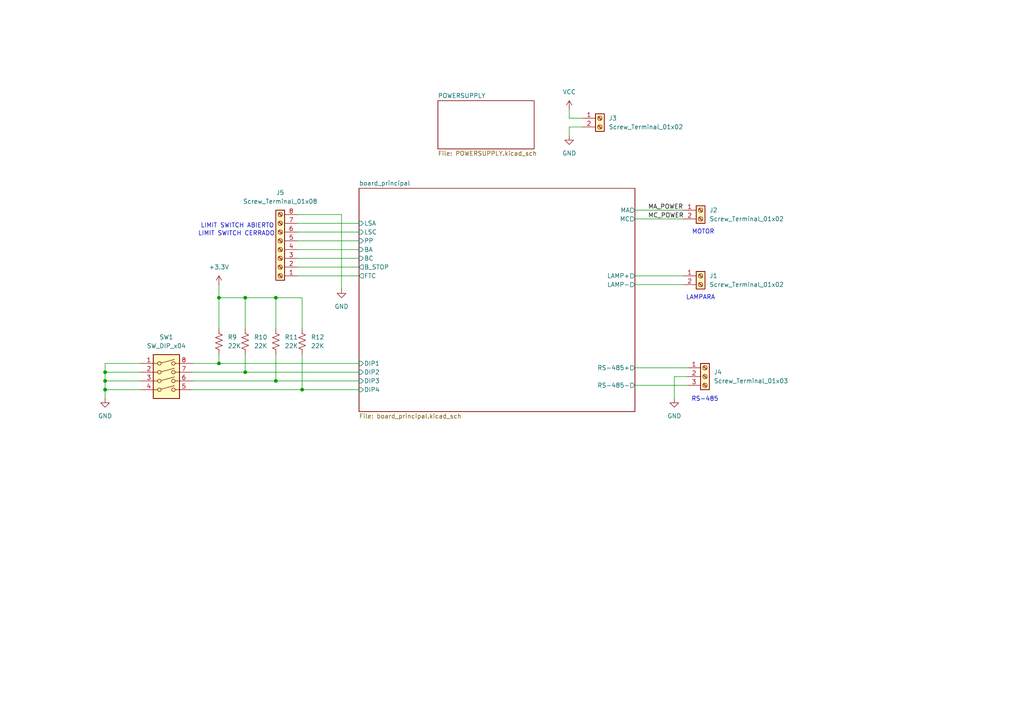
<source format=kicad_sch>
(kicad_sch
	(version 20250114)
	(generator "eeschema")
	(generator_version "9.0")
	(uuid "3dc9151e-2269-486b-a333-294da30e5c12")
	(paper "A4")
	(lib_symbols
		(symbol "Connector:Screw_Terminal_01x02"
			(pin_names
				(offset 1.016)
				(hide yes)
			)
			(exclude_from_sim no)
			(in_bom yes)
			(on_board yes)
			(property "Reference" "J"
				(at 0 2.54 0)
				(effects
					(font
						(size 1.27 1.27)
					)
				)
			)
			(property "Value" "Screw_Terminal_01x02"
				(at 0 -5.08 0)
				(effects
					(font
						(size 1.27 1.27)
					)
				)
			)
			(property "Footprint" ""
				(at 0 0 0)
				(effects
					(font
						(size 1.27 1.27)
					)
					(hide yes)
				)
			)
			(property "Datasheet" "~"
				(at 0 0 0)
				(effects
					(font
						(size 1.27 1.27)
					)
					(hide yes)
				)
			)
			(property "Description" "Generic screw terminal, single row, 01x02, script generated (kicad-library-utils/schlib/autogen/connector/)"
				(at 0 0 0)
				(effects
					(font
						(size 1.27 1.27)
					)
					(hide yes)
				)
			)
			(property "ki_keywords" "screw terminal"
				(at 0 0 0)
				(effects
					(font
						(size 1.27 1.27)
					)
					(hide yes)
				)
			)
			(property "ki_fp_filters" "TerminalBlock*:*"
				(at 0 0 0)
				(effects
					(font
						(size 1.27 1.27)
					)
					(hide yes)
				)
			)
			(symbol "Screw_Terminal_01x02_1_1"
				(rectangle
					(start -1.27 1.27)
					(end 1.27 -3.81)
					(stroke
						(width 0.254)
						(type default)
					)
					(fill
						(type background)
					)
				)
				(polyline
					(pts
						(xy -0.5334 0.3302) (xy 0.3302 -0.508)
					)
					(stroke
						(width 0.1524)
						(type default)
					)
					(fill
						(type none)
					)
				)
				(polyline
					(pts
						(xy -0.5334 -2.2098) (xy 0.3302 -3.048)
					)
					(stroke
						(width 0.1524)
						(type default)
					)
					(fill
						(type none)
					)
				)
				(polyline
					(pts
						(xy -0.3556 0.508) (xy 0.508 -0.3302)
					)
					(stroke
						(width 0.1524)
						(type default)
					)
					(fill
						(type none)
					)
				)
				(polyline
					(pts
						(xy -0.3556 -2.032) (xy 0.508 -2.8702)
					)
					(stroke
						(width 0.1524)
						(type default)
					)
					(fill
						(type none)
					)
				)
				(circle
					(center 0 0)
					(radius 0.635)
					(stroke
						(width 0.1524)
						(type default)
					)
					(fill
						(type none)
					)
				)
				(circle
					(center 0 -2.54)
					(radius 0.635)
					(stroke
						(width 0.1524)
						(type default)
					)
					(fill
						(type none)
					)
				)
				(pin passive line
					(at -5.08 0 0)
					(length 3.81)
					(name "Pin_1"
						(effects
							(font
								(size 1.27 1.27)
							)
						)
					)
					(number "1"
						(effects
							(font
								(size 1.27 1.27)
							)
						)
					)
				)
				(pin passive line
					(at -5.08 -2.54 0)
					(length 3.81)
					(name "Pin_2"
						(effects
							(font
								(size 1.27 1.27)
							)
						)
					)
					(number "2"
						(effects
							(font
								(size 1.27 1.27)
							)
						)
					)
				)
			)
			(embedded_fonts no)
		)
		(symbol "Connector:Screw_Terminal_01x03"
			(pin_names
				(offset 1.016)
				(hide yes)
			)
			(exclude_from_sim no)
			(in_bom yes)
			(on_board yes)
			(property "Reference" "J"
				(at 0 5.08 0)
				(effects
					(font
						(size 1.27 1.27)
					)
				)
			)
			(property "Value" "Screw_Terminal_01x03"
				(at 0 -5.08 0)
				(effects
					(font
						(size 1.27 1.27)
					)
				)
			)
			(property "Footprint" ""
				(at 0 0 0)
				(effects
					(font
						(size 1.27 1.27)
					)
					(hide yes)
				)
			)
			(property "Datasheet" "~"
				(at 0 0 0)
				(effects
					(font
						(size 1.27 1.27)
					)
					(hide yes)
				)
			)
			(property "Description" "Generic screw terminal, single row, 01x03, script generated (kicad-library-utils/schlib/autogen/connector/)"
				(at 0 0 0)
				(effects
					(font
						(size 1.27 1.27)
					)
					(hide yes)
				)
			)
			(property "ki_keywords" "screw terminal"
				(at 0 0 0)
				(effects
					(font
						(size 1.27 1.27)
					)
					(hide yes)
				)
			)
			(property "ki_fp_filters" "TerminalBlock*:*"
				(at 0 0 0)
				(effects
					(font
						(size 1.27 1.27)
					)
					(hide yes)
				)
			)
			(symbol "Screw_Terminal_01x03_1_1"
				(rectangle
					(start -1.27 3.81)
					(end 1.27 -3.81)
					(stroke
						(width 0.254)
						(type default)
					)
					(fill
						(type background)
					)
				)
				(polyline
					(pts
						(xy -0.5334 2.8702) (xy 0.3302 2.032)
					)
					(stroke
						(width 0.1524)
						(type default)
					)
					(fill
						(type none)
					)
				)
				(polyline
					(pts
						(xy -0.5334 0.3302) (xy 0.3302 -0.508)
					)
					(stroke
						(width 0.1524)
						(type default)
					)
					(fill
						(type none)
					)
				)
				(polyline
					(pts
						(xy -0.5334 -2.2098) (xy 0.3302 -3.048)
					)
					(stroke
						(width 0.1524)
						(type default)
					)
					(fill
						(type none)
					)
				)
				(polyline
					(pts
						(xy -0.3556 3.048) (xy 0.508 2.2098)
					)
					(stroke
						(width 0.1524)
						(type default)
					)
					(fill
						(type none)
					)
				)
				(polyline
					(pts
						(xy -0.3556 0.508) (xy 0.508 -0.3302)
					)
					(stroke
						(width 0.1524)
						(type default)
					)
					(fill
						(type none)
					)
				)
				(polyline
					(pts
						(xy -0.3556 -2.032) (xy 0.508 -2.8702)
					)
					(stroke
						(width 0.1524)
						(type default)
					)
					(fill
						(type none)
					)
				)
				(circle
					(center 0 2.54)
					(radius 0.635)
					(stroke
						(width 0.1524)
						(type default)
					)
					(fill
						(type none)
					)
				)
				(circle
					(center 0 0)
					(radius 0.635)
					(stroke
						(width 0.1524)
						(type default)
					)
					(fill
						(type none)
					)
				)
				(circle
					(center 0 -2.54)
					(radius 0.635)
					(stroke
						(width 0.1524)
						(type default)
					)
					(fill
						(type none)
					)
				)
				(pin passive line
					(at -5.08 2.54 0)
					(length 3.81)
					(name "Pin_1"
						(effects
							(font
								(size 1.27 1.27)
							)
						)
					)
					(number "1"
						(effects
							(font
								(size 1.27 1.27)
							)
						)
					)
				)
				(pin passive line
					(at -5.08 0 0)
					(length 3.81)
					(name "Pin_2"
						(effects
							(font
								(size 1.27 1.27)
							)
						)
					)
					(number "2"
						(effects
							(font
								(size 1.27 1.27)
							)
						)
					)
				)
				(pin passive line
					(at -5.08 -2.54 0)
					(length 3.81)
					(name "Pin_3"
						(effects
							(font
								(size 1.27 1.27)
							)
						)
					)
					(number "3"
						(effects
							(font
								(size 1.27 1.27)
							)
						)
					)
				)
			)
			(embedded_fonts no)
		)
		(symbol "Connector:Screw_Terminal_01x08"
			(pin_names
				(offset 1.016)
				(hide yes)
			)
			(exclude_from_sim no)
			(in_bom yes)
			(on_board yes)
			(property "Reference" "J"
				(at 0 10.16 0)
				(effects
					(font
						(size 1.27 1.27)
					)
				)
			)
			(property "Value" "Screw_Terminal_01x08"
				(at 0 -12.7 0)
				(effects
					(font
						(size 1.27 1.27)
					)
				)
			)
			(property "Footprint" ""
				(at 0 0 0)
				(effects
					(font
						(size 1.27 1.27)
					)
					(hide yes)
				)
			)
			(property "Datasheet" "~"
				(at 0 0 0)
				(effects
					(font
						(size 1.27 1.27)
					)
					(hide yes)
				)
			)
			(property "Description" "Generic screw terminal, single row, 01x08, script generated (kicad-library-utils/schlib/autogen/connector/)"
				(at 0 0 0)
				(effects
					(font
						(size 1.27 1.27)
					)
					(hide yes)
				)
			)
			(property "ki_keywords" "screw terminal"
				(at 0 0 0)
				(effects
					(font
						(size 1.27 1.27)
					)
					(hide yes)
				)
			)
			(property "ki_fp_filters" "TerminalBlock*:*"
				(at 0 0 0)
				(effects
					(font
						(size 1.27 1.27)
					)
					(hide yes)
				)
			)
			(symbol "Screw_Terminal_01x08_1_1"
				(rectangle
					(start -1.27 8.89)
					(end 1.27 -11.43)
					(stroke
						(width 0.254)
						(type default)
					)
					(fill
						(type background)
					)
				)
				(polyline
					(pts
						(xy -0.5334 7.9502) (xy 0.3302 7.112)
					)
					(stroke
						(width 0.1524)
						(type default)
					)
					(fill
						(type none)
					)
				)
				(polyline
					(pts
						(xy -0.5334 5.4102) (xy 0.3302 4.572)
					)
					(stroke
						(width 0.1524)
						(type default)
					)
					(fill
						(type none)
					)
				)
				(polyline
					(pts
						(xy -0.5334 2.8702) (xy 0.3302 2.032)
					)
					(stroke
						(width 0.1524)
						(type default)
					)
					(fill
						(type none)
					)
				)
				(polyline
					(pts
						(xy -0.5334 0.3302) (xy 0.3302 -0.508)
					)
					(stroke
						(width 0.1524)
						(type default)
					)
					(fill
						(type none)
					)
				)
				(polyline
					(pts
						(xy -0.5334 -2.2098) (xy 0.3302 -3.048)
					)
					(stroke
						(width 0.1524)
						(type default)
					)
					(fill
						(type none)
					)
				)
				(polyline
					(pts
						(xy -0.5334 -4.7498) (xy 0.3302 -5.588)
					)
					(stroke
						(width 0.1524)
						(type default)
					)
					(fill
						(type none)
					)
				)
				(polyline
					(pts
						(xy -0.5334 -7.2898) (xy 0.3302 -8.128)
					)
					(stroke
						(width 0.1524)
						(type default)
					)
					(fill
						(type none)
					)
				)
				(polyline
					(pts
						(xy -0.5334 -9.8298) (xy 0.3302 -10.668)
					)
					(stroke
						(width 0.1524)
						(type default)
					)
					(fill
						(type none)
					)
				)
				(polyline
					(pts
						(xy -0.3556 8.128) (xy 0.508 7.2898)
					)
					(stroke
						(width 0.1524)
						(type default)
					)
					(fill
						(type none)
					)
				)
				(polyline
					(pts
						(xy -0.3556 5.588) (xy 0.508 4.7498)
					)
					(stroke
						(width 0.1524)
						(type default)
					)
					(fill
						(type none)
					)
				)
				(polyline
					(pts
						(xy -0.3556 3.048) (xy 0.508 2.2098)
					)
					(stroke
						(width 0.1524)
						(type default)
					)
					(fill
						(type none)
					)
				)
				(polyline
					(pts
						(xy -0.3556 0.508) (xy 0.508 -0.3302)
					)
					(stroke
						(width 0.1524)
						(type default)
					)
					(fill
						(type none)
					)
				)
				(polyline
					(pts
						(xy -0.3556 -2.032) (xy 0.508 -2.8702)
					)
					(stroke
						(width 0.1524)
						(type default)
					)
					(fill
						(type none)
					)
				)
				(polyline
					(pts
						(xy -0.3556 -4.572) (xy 0.508 -5.4102)
					)
					(stroke
						(width 0.1524)
						(type default)
					)
					(fill
						(type none)
					)
				)
				(polyline
					(pts
						(xy -0.3556 -7.112) (xy 0.508 -7.9502)
					)
					(stroke
						(width 0.1524)
						(type default)
					)
					(fill
						(type none)
					)
				)
				(polyline
					(pts
						(xy -0.3556 -9.652) (xy 0.508 -10.4902)
					)
					(stroke
						(width 0.1524)
						(type default)
					)
					(fill
						(type none)
					)
				)
				(circle
					(center 0 7.62)
					(radius 0.635)
					(stroke
						(width 0.1524)
						(type default)
					)
					(fill
						(type none)
					)
				)
				(circle
					(center 0 5.08)
					(radius 0.635)
					(stroke
						(width 0.1524)
						(type default)
					)
					(fill
						(type none)
					)
				)
				(circle
					(center 0 2.54)
					(radius 0.635)
					(stroke
						(width 0.1524)
						(type default)
					)
					(fill
						(type none)
					)
				)
				(circle
					(center 0 0)
					(radius 0.635)
					(stroke
						(width 0.1524)
						(type default)
					)
					(fill
						(type none)
					)
				)
				(circle
					(center 0 -2.54)
					(radius 0.635)
					(stroke
						(width 0.1524)
						(type default)
					)
					(fill
						(type none)
					)
				)
				(circle
					(center 0 -5.08)
					(radius 0.635)
					(stroke
						(width 0.1524)
						(type default)
					)
					(fill
						(type none)
					)
				)
				(circle
					(center 0 -7.62)
					(radius 0.635)
					(stroke
						(width 0.1524)
						(type default)
					)
					(fill
						(type none)
					)
				)
				(circle
					(center 0 -10.16)
					(radius 0.635)
					(stroke
						(width 0.1524)
						(type default)
					)
					(fill
						(type none)
					)
				)
				(pin passive line
					(at -5.08 7.62 0)
					(length 3.81)
					(name "Pin_1"
						(effects
							(font
								(size 1.27 1.27)
							)
						)
					)
					(number "1"
						(effects
							(font
								(size 1.27 1.27)
							)
						)
					)
				)
				(pin passive line
					(at -5.08 5.08 0)
					(length 3.81)
					(name "Pin_2"
						(effects
							(font
								(size 1.27 1.27)
							)
						)
					)
					(number "2"
						(effects
							(font
								(size 1.27 1.27)
							)
						)
					)
				)
				(pin passive line
					(at -5.08 2.54 0)
					(length 3.81)
					(name "Pin_3"
						(effects
							(font
								(size 1.27 1.27)
							)
						)
					)
					(number "3"
						(effects
							(font
								(size 1.27 1.27)
							)
						)
					)
				)
				(pin passive line
					(at -5.08 0 0)
					(length 3.81)
					(name "Pin_4"
						(effects
							(font
								(size 1.27 1.27)
							)
						)
					)
					(number "4"
						(effects
							(font
								(size 1.27 1.27)
							)
						)
					)
				)
				(pin passive line
					(at -5.08 -2.54 0)
					(length 3.81)
					(name "Pin_5"
						(effects
							(font
								(size 1.27 1.27)
							)
						)
					)
					(number "5"
						(effects
							(font
								(size 1.27 1.27)
							)
						)
					)
				)
				(pin passive line
					(at -5.08 -5.08 0)
					(length 3.81)
					(name "Pin_6"
						(effects
							(font
								(size 1.27 1.27)
							)
						)
					)
					(number "6"
						(effects
							(font
								(size 1.27 1.27)
							)
						)
					)
				)
				(pin passive line
					(at -5.08 -7.62 0)
					(length 3.81)
					(name "Pin_7"
						(effects
							(font
								(size 1.27 1.27)
							)
						)
					)
					(number "7"
						(effects
							(font
								(size 1.27 1.27)
							)
						)
					)
				)
				(pin passive line
					(at -5.08 -10.16 0)
					(length 3.81)
					(name "Pin_8"
						(effects
							(font
								(size 1.27 1.27)
							)
						)
					)
					(number "8"
						(effects
							(font
								(size 1.27 1.27)
							)
						)
					)
				)
			)
			(embedded_fonts no)
		)
		(symbol "Device:R_US"
			(pin_numbers
				(hide yes)
			)
			(pin_names
				(offset 0)
			)
			(exclude_from_sim no)
			(in_bom yes)
			(on_board yes)
			(property "Reference" "R"
				(at 2.54 0 90)
				(effects
					(font
						(size 1.27 1.27)
					)
				)
			)
			(property "Value" "R_US"
				(at -2.54 0 90)
				(effects
					(font
						(size 1.27 1.27)
					)
				)
			)
			(property "Footprint" ""
				(at 1.016 -0.254 90)
				(effects
					(font
						(size 1.27 1.27)
					)
					(hide yes)
				)
			)
			(property "Datasheet" "~"
				(at 0 0 0)
				(effects
					(font
						(size 1.27 1.27)
					)
					(hide yes)
				)
			)
			(property "Description" "Resistor, US symbol"
				(at 0 0 0)
				(effects
					(font
						(size 1.27 1.27)
					)
					(hide yes)
				)
			)
			(property "ki_keywords" "R res resistor"
				(at 0 0 0)
				(effects
					(font
						(size 1.27 1.27)
					)
					(hide yes)
				)
			)
			(property "ki_fp_filters" "R_*"
				(at 0 0 0)
				(effects
					(font
						(size 1.27 1.27)
					)
					(hide yes)
				)
			)
			(symbol "R_US_0_1"
				(polyline
					(pts
						(xy 0 2.286) (xy 0 2.54)
					)
					(stroke
						(width 0)
						(type default)
					)
					(fill
						(type none)
					)
				)
				(polyline
					(pts
						(xy 0 2.286) (xy 1.016 1.905) (xy 0 1.524) (xy -1.016 1.143) (xy 0 0.762)
					)
					(stroke
						(width 0)
						(type default)
					)
					(fill
						(type none)
					)
				)
				(polyline
					(pts
						(xy 0 0.762) (xy 1.016 0.381) (xy 0 0) (xy -1.016 -0.381) (xy 0 -0.762)
					)
					(stroke
						(width 0)
						(type default)
					)
					(fill
						(type none)
					)
				)
				(polyline
					(pts
						(xy 0 -0.762) (xy 1.016 -1.143) (xy 0 -1.524) (xy -1.016 -1.905) (xy 0 -2.286)
					)
					(stroke
						(width 0)
						(type default)
					)
					(fill
						(type none)
					)
				)
				(polyline
					(pts
						(xy 0 -2.286) (xy 0 -2.54)
					)
					(stroke
						(width 0)
						(type default)
					)
					(fill
						(type none)
					)
				)
			)
			(symbol "R_US_1_1"
				(pin passive line
					(at 0 3.81 270)
					(length 1.27)
					(name "~"
						(effects
							(font
								(size 1.27 1.27)
							)
						)
					)
					(number "1"
						(effects
							(font
								(size 1.27 1.27)
							)
						)
					)
				)
				(pin passive line
					(at 0 -3.81 90)
					(length 1.27)
					(name "~"
						(effects
							(font
								(size 1.27 1.27)
							)
						)
					)
					(number "2"
						(effects
							(font
								(size 1.27 1.27)
							)
						)
					)
				)
			)
			(embedded_fonts no)
		)
		(symbol "Switch:SW_DIP_x04"
			(pin_names
				(offset 0)
				(hide yes)
			)
			(exclude_from_sim no)
			(in_bom yes)
			(on_board yes)
			(property "Reference" "SW"
				(at 0 8.89 0)
				(effects
					(font
						(size 1.27 1.27)
					)
				)
			)
			(property "Value" "SW_DIP_x04"
				(at 0 -6.35 0)
				(effects
					(font
						(size 1.27 1.27)
					)
				)
			)
			(property "Footprint" ""
				(at 0 0 0)
				(effects
					(font
						(size 1.27 1.27)
					)
					(hide yes)
				)
			)
			(property "Datasheet" "~"
				(at 0 0 0)
				(effects
					(font
						(size 1.27 1.27)
					)
					(hide yes)
				)
			)
			(property "Description" "4x DIP Switch, Single Pole Single Throw (SPST) switch, small symbol"
				(at 0 0 0)
				(effects
					(font
						(size 1.27 1.27)
					)
					(hide yes)
				)
			)
			(property "ki_keywords" "dip switch"
				(at 0 0 0)
				(effects
					(font
						(size 1.27 1.27)
					)
					(hide yes)
				)
			)
			(property "ki_fp_filters" "SW?DIP?x4*"
				(at 0 0 0)
				(effects
					(font
						(size 1.27 1.27)
					)
					(hide yes)
				)
			)
			(symbol "SW_DIP_x04_0_0"
				(circle
					(center -2.032 5.08)
					(radius 0.508)
					(stroke
						(width 0)
						(type default)
					)
					(fill
						(type none)
					)
				)
				(circle
					(center -2.032 2.54)
					(radius 0.508)
					(stroke
						(width 0)
						(type default)
					)
					(fill
						(type none)
					)
				)
				(circle
					(center -2.032 0)
					(radius 0.508)
					(stroke
						(width 0)
						(type default)
					)
					(fill
						(type none)
					)
				)
				(circle
					(center -2.032 -2.54)
					(radius 0.508)
					(stroke
						(width 0)
						(type default)
					)
					(fill
						(type none)
					)
				)
				(polyline
					(pts
						(xy -1.524 5.207) (xy 2.3622 6.2484)
					)
					(stroke
						(width 0)
						(type default)
					)
					(fill
						(type none)
					)
				)
				(polyline
					(pts
						(xy -1.524 2.667) (xy 2.3622 3.7084)
					)
					(stroke
						(width 0)
						(type default)
					)
					(fill
						(type none)
					)
				)
				(polyline
					(pts
						(xy -1.524 0.127) (xy 2.3622 1.1684)
					)
					(stroke
						(width 0)
						(type default)
					)
					(fill
						(type none)
					)
				)
				(polyline
					(pts
						(xy -1.524 -2.3876) (xy 2.3622 -1.3462)
					)
					(stroke
						(width 0)
						(type default)
					)
					(fill
						(type none)
					)
				)
				(circle
					(center 2.032 5.08)
					(radius 0.508)
					(stroke
						(width 0)
						(type default)
					)
					(fill
						(type none)
					)
				)
				(circle
					(center 2.032 2.54)
					(radius 0.508)
					(stroke
						(width 0)
						(type default)
					)
					(fill
						(type none)
					)
				)
				(circle
					(center 2.032 0)
					(radius 0.508)
					(stroke
						(width 0)
						(type default)
					)
					(fill
						(type none)
					)
				)
				(circle
					(center 2.032 -2.54)
					(radius 0.508)
					(stroke
						(width 0)
						(type default)
					)
					(fill
						(type none)
					)
				)
			)
			(symbol "SW_DIP_x04_0_1"
				(rectangle
					(start -3.81 7.62)
					(end 3.81 -5.08)
					(stroke
						(width 0.254)
						(type default)
					)
					(fill
						(type background)
					)
				)
			)
			(symbol "SW_DIP_x04_1_1"
				(pin passive line
					(at -7.62 5.08 0)
					(length 5.08)
					(name "~"
						(effects
							(font
								(size 1.27 1.27)
							)
						)
					)
					(number "1"
						(effects
							(font
								(size 1.27 1.27)
							)
						)
					)
				)
				(pin passive line
					(at -7.62 2.54 0)
					(length 5.08)
					(name "~"
						(effects
							(font
								(size 1.27 1.27)
							)
						)
					)
					(number "2"
						(effects
							(font
								(size 1.27 1.27)
							)
						)
					)
				)
				(pin passive line
					(at -7.62 0 0)
					(length 5.08)
					(name "~"
						(effects
							(font
								(size 1.27 1.27)
							)
						)
					)
					(number "3"
						(effects
							(font
								(size 1.27 1.27)
							)
						)
					)
				)
				(pin passive line
					(at -7.62 -2.54 0)
					(length 5.08)
					(name "~"
						(effects
							(font
								(size 1.27 1.27)
							)
						)
					)
					(number "4"
						(effects
							(font
								(size 1.27 1.27)
							)
						)
					)
				)
				(pin passive line
					(at 7.62 5.08 180)
					(length 5.08)
					(name "~"
						(effects
							(font
								(size 1.27 1.27)
							)
						)
					)
					(number "8"
						(effects
							(font
								(size 1.27 1.27)
							)
						)
					)
				)
				(pin passive line
					(at 7.62 2.54 180)
					(length 5.08)
					(name "~"
						(effects
							(font
								(size 1.27 1.27)
							)
						)
					)
					(number "7"
						(effects
							(font
								(size 1.27 1.27)
							)
						)
					)
				)
				(pin passive line
					(at 7.62 0 180)
					(length 5.08)
					(name "~"
						(effects
							(font
								(size 1.27 1.27)
							)
						)
					)
					(number "6"
						(effects
							(font
								(size 1.27 1.27)
							)
						)
					)
				)
				(pin passive line
					(at 7.62 -2.54 180)
					(length 5.08)
					(name "~"
						(effects
							(font
								(size 1.27 1.27)
							)
						)
					)
					(number "5"
						(effects
							(font
								(size 1.27 1.27)
							)
						)
					)
				)
			)
			(embedded_fonts no)
		)
		(symbol "power:+3.3V"
			(power)
			(pin_numbers
				(hide yes)
			)
			(pin_names
				(offset 0)
				(hide yes)
			)
			(exclude_from_sim no)
			(in_bom yes)
			(on_board yes)
			(property "Reference" "#PWR"
				(at 0 -3.81 0)
				(effects
					(font
						(size 1.27 1.27)
					)
					(hide yes)
				)
			)
			(property "Value" "+3.3V"
				(at 0 3.556 0)
				(effects
					(font
						(size 1.27 1.27)
					)
				)
			)
			(property "Footprint" ""
				(at 0 0 0)
				(effects
					(font
						(size 1.27 1.27)
					)
					(hide yes)
				)
			)
			(property "Datasheet" ""
				(at 0 0 0)
				(effects
					(font
						(size 1.27 1.27)
					)
					(hide yes)
				)
			)
			(property "Description" "Power symbol creates a global label with name \"+3.3V\""
				(at 0 0 0)
				(effects
					(font
						(size 1.27 1.27)
					)
					(hide yes)
				)
			)
			(property "ki_keywords" "global power"
				(at 0 0 0)
				(effects
					(font
						(size 1.27 1.27)
					)
					(hide yes)
				)
			)
			(symbol "+3.3V_0_1"
				(polyline
					(pts
						(xy -0.762 1.27) (xy 0 2.54)
					)
					(stroke
						(width 0)
						(type default)
					)
					(fill
						(type none)
					)
				)
				(polyline
					(pts
						(xy 0 2.54) (xy 0.762 1.27)
					)
					(stroke
						(width 0)
						(type default)
					)
					(fill
						(type none)
					)
				)
				(polyline
					(pts
						(xy 0 0) (xy 0 2.54)
					)
					(stroke
						(width 0)
						(type default)
					)
					(fill
						(type none)
					)
				)
			)
			(symbol "+3.3V_1_1"
				(pin power_in line
					(at 0 0 90)
					(length 0)
					(name "~"
						(effects
							(font
								(size 1.27 1.27)
							)
						)
					)
					(number "1"
						(effects
							(font
								(size 1.27 1.27)
							)
						)
					)
				)
			)
			(embedded_fonts no)
		)
		(symbol "power:GND"
			(power)
			(pin_numbers
				(hide yes)
			)
			(pin_names
				(offset 0)
				(hide yes)
			)
			(exclude_from_sim no)
			(in_bom yes)
			(on_board yes)
			(property "Reference" "#PWR"
				(at 0 -6.35 0)
				(effects
					(font
						(size 1.27 1.27)
					)
					(hide yes)
				)
			)
			(property "Value" "GND"
				(at 0 -3.81 0)
				(effects
					(font
						(size 1.27 1.27)
					)
				)
			)
			(property "Footprint" ""
				(at 0 0 0)
				(effects
					(font
						(size 1.27 1.27)
					)
					(hide yes)
				)
			)
			(property "Datasheet" ""
				(at 0 0 0)
				(effects
					(font
						(size 1.27 1.27)
					)
					(hide yes)
				)
			)
			(property "Description" "Power symbol creates a global label with name \"GND\" , ground"
				(at 0 0 0)
				(effects
					(font
						(size 1.27 1.27)
					)
					(hide yes)
				)
			)
			(property "ki_keywords" "global power"
				(at 0 0 0)
				(effects
					(font
						(size 1.27 1.27)
					)
					(hide yes)
				)
			)
			(symbol "GND_0_1"
				(polyline
					(pts
						(xy 0 0) (xy 0 -1.27) (xy 1.27 -1.27) (xy 0 -2.54) (xy -1.27 -1.27) (xy 0 -1.27)
					)
					(stroke
						(width 0)
						(type default)
					)
					(fill
						(type none)
					)
				)
			)
			(symbol "GND_1_1"
				(pin power_in line
					(at 0 0 270)
					(length 0)
					(name "~"
						(effects
							(font
								(size 1.27 1.27)
							)
						)
					)
					(number "1"
						(effects
							(font
								(size 1.27 1.27)
							)
						)
					)
				)
			)
			(embedded_fonts no)
		)
		(symbol "power:VCC"
			(power)
			(pin_numbers
				(hide yes)
			)
			(pin_names
				(offset 0)
				(hide yes)
			)
			(exclude_from_sim no)
			(in_bom yes)
			(on_board yes)
			(property "Reference" "#PWR"
				(at 0 -3.81 0)
				(effects
					(font
						(size 1.27 1.27)
					)
					(hide yes)
				)
			)
			(property "Value" "VCC"
				(at 0 3.556 0)
				(effects
					(font
						(size 1.27 1.27)
					)
				)
			)
			(property "Footprint" ""
				(at 0 0 0)
				(effects
					(font
						(size 1.27 1.27)
					)
					(hide yes)
				)
			)
			(property "Datasheet" ""
				(at 0 0 0)
				(effects
					(font
						(size 1.27 1.27)
					)
					(hide yes)
				)
			)
			(property "Description" "Power symbol creates a global label with name \"VCC\""
				(at 0 0 0)
				(effects
					(font
						(size 1.27 1.27)
					)
					(hide yes)
				)
			)
			(property "ki_keywords" "global power"
				(at 0 0 0)
				(effects
					(font
						(size 1.27 1.27)
					)
					(hide yes)
				)
			)
			(symbol "VCC_0_1"
				(polyline
					(pts
						(xy -0.762 1.27) (xy 0 2.54)
					)
					(stroke
						(width 0)
						(type default)
					)
					(fill
						(type none)
					)
				)
				(polyline
					(pts
						(xy 0 2.54) (xy 0.762 1.27)
					)
					(stroke
						(width 0)
						(type default)
					)
					(fill
						(type none)
					)
				)
				(polyline
					(pts
						(xy 0 0) (xy 0 2.54)
					)
					(stroke
						(width 0)
						(type default)
					)
					(fill
						(type none)
					)
				)
			)
			(symbol "VCC_1_1"
				(pin power_in line
					(at 0 0 90)
					(length 0)
					(name "~"
						(effects
							(font
								(size 1.27 1.27)
							)
						)
					)
					(number "1"
						(effects
							(font
								(size 1.27 1.27)
							)
						)
					)
				)
			)
			(embedded_fonts no)
		)
	)
	(text "LIMIT SWITCH ABIERTO\n"
		(exclude_from_sim no)
		(at 68.834 65.532 0)
		(effects
			(font
				(size 1.27 1.27)
			)
		)
		(uuid "0ba4d238-1a61-4b2f-8efe-44f323222cdc")
	)
	(text "LAMPARA\n"
		(exclude_from_sim no)
		(at 203.2 86.36 0)
		(effects
			(font
				(size 1.27 1.27)
			)
		)
		(uuid "7527526b-5933-4505-ba9c-f2ed51149138")
	)
	(text "RS-485\n"
		(exclude_from_sim no)
		(at 204.47 115.824 0)
		(effects
			(font
				(size 1.27 1.27)
			)
		)
		(uuid "b171a821-ddc0-4bb7-b1ef-5ceb80a1e802")
	)
	(text "LIMIT SWITCH CERRADO\n"
		(exclude_from_sim no)
		(at 68.58 67.818 0)
		(effects
			(font
				(size 1.27 1.27)
			)
		)
		(uuid "b28d226c-2c62-4aa2-bd61-6e6cf7c51cdc")
	)
	(text "MOTOR\n"
		(exclude_from_sim no)
		(at 203.962 67.31 0)
		(effects
			(font
				(size 1.27 1.27)
			)
		)
		(uuid "f52ea36f-03b1-43ef-8e9f-1cdac815f7c5")
	)
	(junction
		(at 71.12 107.95)
		(diameter 0)
		(color 0 0 0 0)
		(uuid "37f88162-094f-448f-b7ca-73ebd61e3996")
	)
	(junction
		(at 80.01 110.49)
		(diameter 0)
		(color 0 0 0 0)
		(uuid "504f079e-8e21-41f0-9ab5-5ca604ba0960")
	)
	(junction
		(at 71.12 86.36)
		(diameter 0)
		(color 0 0 0 0)
		(uuid "805f651c-4d0d-425c-ad1c-d63c36445108")
	)
	(junction
		(at 63.5 105.41)
		(diameter 0)
		(color 0 0 0 0)
		(uuid "8f78242d-6231-4bde-ac4c-770e07c363b9")
	)
	(junction
		(at 87.63 113.03)
		(diameter 0)
		(color 0 0 0 0)
		(uuid "c0c390d5-f192-4992-8467-a5c431ba3813")
	)
	(junction
		(at 30.48 107.95)
		(diameter 0)
		(color 0 0 0 0)
		(uuid "dbfc2d9d-a680-40b6-bcfd-1806888206b6")
	)
	(junction
		(at 30.48 110.49)
		(diameter 0)
		(color 0 0 0 0)
		(uuid "df37c986-6ca0-40dc-a20e-7229edfa68bf")
	)
	(junction
		(at 30.48 113.03)
		(diameter 0)
		(color 0 0 0 0)
		(uuid "e1353061-710e-4653-9873-80075536bf9e")
	)
	(junction
		(at 80.01 86.36)
		(diameter 0)
		(color 0 0 0 0)
		(uuid "e8d6e3e0-d5fa-4f27-b51d-5a06115111d7")
	)
	(junction
		(at 63.5 86.36)
		(diameter 0)
		(color 0 0 0 0)
		(uuid "fd99ad99-3443-42ba-a648-08aa02784702")
	)
	(wire
		(pts
			(xy 184.15 82.55) (xy 198.12 82.55)
		)
		(stroke
			(width 0)
			(type default)
		)
		(uuid "02e137f4-a8a4-4485-8433-e2eb76f09840")
	)
	(wire
		(pts
			(xy 168.91 34.29) (xy 165.1 34.29)
		)
		(stroke
			(width 0)
			(type default)
		)
		(uuid "0856a3f9-d0d0-4538-a534-107f3b1dbb8f")
	)
	(wire
		(pts
			(xy 86.36 67.31) (xy 104.14 67.31)
		)
		(stroke
			(width 0)
			(type default)
		)
		(uuid "1113c897-2967-4f59-bdd9-565148b694c0")
	)
	(wire
		(pts
			(xy 30.48 110.49) (xy 40.64 110.49)
		)
		(stroke
			(width 0)
			(type default)
		)
		(uuid "12bfe2a8-3930-47b0-8f17-7c910e077252")
	)
	(wire
		(pts
			(xy 71.12 86.36) (xy 80.01 86.36)
		)
		(stroke
			(width 0)
			(type default)
		)
		(uuid "14182bc1-f4c7-4ab8-b2a9-a528cd68066b")
	)
	(wire
		(pts
			(xy 80.01 102.87) (xy 80.01 110.49)
		)
		(stroke
			(width 0)
			(type default)
		)
		(uuid "194e7eee-bcd9-4973-8ff0-2e72b847809c")
	)
	(wire
		(pts
			(xy 40.64 105.41) (xy 30.48 105.41)
		)
		(stroke
			(width 0)
			(type default)
		)
		(uuid "1d8035e4-d364-4150-ab18-85d01be94b47")
	)
	(wire
		(pts
			(xy 30.48 110.49) (xy 30.48 113.03)
		)
		(stroke
			(width 0)
			(type default)
		)
		(uuid "239c6c18-0684-4e5d-9753-7009491ee1c7")
	)
	(wire
		(pts
			(xy 55.88 105.41) (xy 63.5 105.41)
		)
		(stroke
			(width 0)
			(type default)
		)
		(uuid "2ab674ac-7c01-4ac1-bc6b-b08173f5fe59")
	)
	(wire
		(pts
			(xy 63.5 102.87) (xy 63.5 105.41)
		)
		(stroke
			(width 0)
			(type default)
		)
		(uuid "2ab7e847-24d0-4c6a-a1f8-3f2222eaf223")
	)
	(wire
		(pts
			(xy 87.63 102.87) (xy 87.63 113.03)
		)
		(stroke
			(width 0)
			(type default)
		)
		(uuid "2b3bbd63-d833-4a1b-aad3-df47b88b8ce8")
	)
	(wire
		(pts
			(xy 71.12 95.25) (xy 71.12 86.36)
		)
		(stroke
			(width 0)
			(type default)
		)
		(uuid "32407328-97eb-4680-8846-bb6e8a944623")
	)
	(wire
		(pts
			(xy 184.15 63.5) (xy 198.12 63.5)
		)
		(stroke
			(width 0)
			(type default)
		)
		(uuid "4313a2f4-8ae6-4f42-9cb5-f6199a82e2be")
	)
	(wire
		(pts
			(xy 184.15 106.68) (xy 199.39 106.68)
		)
		(stroke
			(width 0)
			(type default)
		)
		(uuid "44e5ae1f-34bf-491b-8843-836e32d7e02b")
	)
	(wire
		(pts
			(xy 195.58 115.57) (xy 195.58 109.22)
		)
		(stroke
			(width 0)
			(type default)
		)
		(uuid "4c236b97-4d75-4bf0-9141-d28ea345f9f6")
	)
	(wire
		(pts
			(xy 86.36 69.85) (xy 104.14 69.85)
		)
		(stroke
			(width 0)
			(type default)
		)
		(uuid "500d953e-e2f0-4608-8f5a-c0b6a17a215d")
	)
	(wire
		(pts
			(xy 184.15 80.01) (xy 198.12 80.01)
		)
		(stroke
			(width 0)
			(type default)
		)
		(uuid "5167b6c0-b282-4a39-90f9-51798e397a28")
	)
	(wire
		(pts
			(xy 71.12 102.87) (xy 71.12 107.95)
		)
		(stroke
			(width 0)
			(type default)
		)
		(uuid "597710c0-c852-4f1b-9758-490b8fd19509")
	)
	(wire
		(pts
			(xy 87.63 95.25) (xy 87.63 86.36)
		)
		(stroke
			(width 0)
			(type default)
		)
		(uuid "65e87a57-5550-483a-89d2-74279b013cb3")
	)
	(wire
		(pts
			(xy 86.36 64.77) (xy 104.14 64.77)
		)
		(stroke
			(width 0)
			(type default)
		)
		(uuid "67fa51d9-2606-450e-8d1f-19adc9bcfcf7")
	)
	(wire
		(pts
			(xy 55.88 113.03) (xy 87.63 113.03)
		)
		(stroke
			(width 0)
			(type default)
		)
		(uuid "68eb572a-ac45-4735-b020-52a635324c50")
	)
	(wire
		(pts
			(xy 63.5 105.41) (xy 104.14 105.41)
		)
		(stroke
			(width 0)
			(type default)
		)
		(uuid "6a341281-2639-4320-9d30-f90612a769bd")
	)
	(wire
		(pts
			(xy 80.01 110.49) (xy 104.14 110.49)
		)
		(stroke
			(width 0)
			(type default)
		)
		(uuid "6e7ac0ae-c80c-42b0-a17f-8028db59c394")
	)
	(wire
		(pts
			(xy 55.88 107.95) (xy 71.12 107.95)
		)
		(stroke
			(width 0)
			(type default)
		)
		(uuid "70e0295a-17d6-4690-bc0c-09018456c4e2")
	)
	(wire
		(pts
			(xy 55.88 110.49) (xy 80.01 110.49)
		)
		(stroke
			(width 0)
			(type default)
		)
		(uuid "73f69292-cd54-4331-9968-11f3bb57d93c")
	)
	(wire
		(pts
			(xy 86.36 72.39) (xy 104.14 72.39)
		)
		(stroke
			(width 0)
			(type default)
		)
		(uuid "777139be-6359-4a89-a987-38e57c3bce39")
	)
	(wire
		(pts
			(xy 168.91 36.83) (xy 165.1 36.83)
		)
		(stroke
			(width 0)
			(type default)
		)
		(uuid "7f829d89-506f-4568-a743-581f43f263ad")
	)
	(wire
		(pts
			(xy 86.36 77.47) (xy 104.14 77.47)
		)
		(stroke
			(width 0)
			(type default)
		)
		(uuid "811415c5-ac25-40a1-bbba-1a175ebc853f")
	)
	(wire
		(pts
			(xy 30.48 113.03) (xy 30.48 115.57)
		)
		(stroke
			(width 0)
			(type default)
		)
		(uuid "8883f509-06ca-4eac-81a4-442e2a8c1e6c")
	)
	(wire
		(pts
			(xy 80.01 95.25) (xy 80.01 86.36)
		)
		(stroke
			(width 0)
			(type default)
		)
		(uuid "90468f5c-f844-47e9-aae8-d6c26745957b")
	)
	(wire
		(pts
			(xy 30.48 105.41) (xy 30.48 107.95)
		)
		(stroke
			(width 0)
			(type default)
		)
		(uuid "9bba567e-00fc-40a3-98dd-1cbe945e8b41")
	)
	(wire
		(pts
			(xy 165.1 36.83) (xy 165.1 39.37)
		)
		(stroke
			(width 0)
			(type default)
		)
		(uuid "9dd2b6b2-9ec5-4422-ae77-ce5bab49ba1e")
	)
	(wire
		(pts
			(xy 86.36 74.93) (xy 104.14 74.93)
		)
		(stroke
			(width 0)
			(type default)
		)
		(uuid "aac34f03-b59e-43f5-bd45-6a64514a83c2")
	)
	(wire
		(pts
			(xy 71.12 107.95) (xy 104.14 107.95)
		)
		(stroke
			(width 0)
			(type default)
		)
		(uuid "b3b573da-be8f-4532-979d-e2da85bb9eb3")
	)
	(wire
		(pts
			(xy 184.15 60.96) (xy 198.12 60.96)
		)
		(stroke
			(width 0)
			(type default)
		)
		(uuid "b40e59ef-2601-487d-aa8d-c8bb230a7d25")
	)
	(wire
		(pts
			(xy 71.12 86.36) (xy 63.5 86.36)
		)
		(stroke
			(width 0)
			(type default)
		)
		(uuid "b5036c3c-f7b7-4b92-95f7-22eb71002049")
	)
	(wire
		(pts
			(xy 165.1 34.29) (xy 165.1 31.75)
		)
		(stroke
			(width 0)
			(type default)
		)
		(uuid "b8e29dfa-245a-4eff-8036-d84772fb26b3")
	)
	(wire
		(pts
			(xy 63.5 86.36) (xy 63.5 95.25)
		)
		(stroke
			(width 0)
			(type default)
		)
		(uuid "be4750e9-afbd-4e55-aa25-377de6a4e115")
	)
	(wire
		(pts
			(xy 30.48 107.95) (xy 30.48 110.49)
		)
		(stroke
			(width 0)
			(type default)
		)
		(uuid "c0b2b8f1-08f5-49e2-81da-3b49330a8ea5")
	)
	(wire
		(pts
			(xy 86.36 80.01) (xy 104.14 80.01)
		)
		(stroke
			(width 0)
			(type default)
		)
		(uuid "c9d61f06-7819-422e-9301-0ae7d1c42805")
	)
	(wire
		(pts
			(xy 63.5 82.55) (xy 63.5 86.36)
		)
		(stroke
			(width 0)
			(type default)
		)
		(uuid "cb382382-e527-45ae-987b-a931df7fab83")
	)
	(wire
		(pts
			(xy 30.48 113.03) (xy 40.64 113.03)
		)
		(stroke
			(width 0)
			(type default)
		)
		(uuid "d0bf8801-1e24-4b03-83ec-a72994b658ee")
	)
	(wire
		(pts
			(xy 99.06 62.23) (xy 99.06 83.82)
		)
		(stroke
			(width 0)
			(type default)
		)
		(uuid "d4c5f7b9-0b2b-4d06-b1c0-555a2257230b")
	)
	(wire
		(pts
			(xy 80.01 86.36) (xy 87.63 86.36)
		)
		(stroke
			(width 0)
			(type default)
		)
		(uuid "d8393299-21dc-4e18-87fd-b482ef9461c5")
	)
	(wire
		(pts
			(xy 30.48 107.95) (xy 40.64 107.95)
		)
		(stroke
			(width 0)
			(type default)
		)
		(uuid "da755a7f-4be9-4627-a4aa-757fb2428a3a")
	)
	(wire
		(pts
			(xy 195.58 109.22) (xy 199.39 109.22)
		)
		(stroke
			(width 0)
			(type default)
		)
		(uuid "e4a80ce3-441f-4952-b272-fbb1f5337ea2")
	)
	(wire
		(pts
			(xy 86.36 62.23) (xy 99.06 62.23)
		)
		(stroke
			(width 0)
			(type default)
		)
		(uuid "f0711074-e791-4a95-ab78-5bd39e3c3899")
	)
	(wire
		(pts
			(xy 184.15 111.76) (xy 199.39 111.76)
		)
		(stroke
			(width 0)
			(type default)
		)
		(uuid "f2642e98-44cc-47b8-ad54-44f96706ae7a")
	)
	(wire
		(pts
			(xy 87.63 113.03) (xy 104.14 113.03)
		)
		(stroke
			(width 0)
			(type default)
		)
		(uuid "fd77c80b-0ccc-4c84-9996-7d9ab521a05b")
	)
	(label "MC_POWER"
		(at 187.96 63.5 0)
		(effects
			(font
				(size 1.27 1.27)
			)
			(justify left bottom)
		)
		(uuid "1ca00673-aab9-4b9d-9e8c-80713fb2f05d")
	)
	(label "MA_POWER"
		(at 187.96 60.96 0)
		(effects
			(font
				(size 1.27 1.27)
			)
			(justify left bottom)
		)
		(uuid "3b4c4969-f649-4c57-ab5d-d001ddbf52d9")
	)
	(symbol
		(lib_id "Device:R_US")
		(at 71.12 99.06 0)
		(unit 1)
		(exclude_from_sim no)
		(in_bom yes)
		(on_board yes)
		(dnp no)
		(fields_autoplaced yes)
		(uuid "0b025d32-5739-40af-b43a-973a31d9d28a")
		(property "Reference" "R10"
			(at 73.66 97.7899 0)
			(effects
				(font
					(size 1.27 1.27)
				)
				(justify left)
			)
		)
		(property "Value" "22K"
			(at 73.66 100.3299 0)
			(effects
				(font
					(size 1.27 1.27)
				)
				(justify left)
			)
		)
		(property "Footprint" "Resistor_SMD:R_0201_0603Metric"
			(at 72.136 99.314 90)
			(effects
				(font
					(size 1.27 1.27)
				)
				(hide yes)
			)
		)
		(property "Datasheet" "~"
			(at 71.12 99.06 0)
			(effects
				(font
					(size 1.27 1.27)
				)
				(hide yes)
			)
		)
		(property "Description" "Resistor, US symbol"
			(at 71.12 99.06 0)
			(effects
				(font
					(size 1.27 1.27)
				)
				(hide yes)
			)
		)
		(pin "1"
			(uuid "3999d436-4501-44f4-a0ca-7cdb32a5df14")
		)
		(pin "2"
			(uuid "fcdd0283-cec0-4a88-9971-5f386220b069")
		)
		(instances
			(project ""
				(path "/3dc9151e-2269-486b-a333-294da30e5c12"
					(reference "R10")
					(unit 1)
				)
			)
		)
	)
	(symbol
		(lib_id "Device:R_US")
		(at 80.01 99.06 0)
		(unit 1)
		(exclude_from_sim no)
		(in_bom yes)
		(on_board yes)
		(dnp no)
		(fields_autoplaced yes)
		(uuid "0c30a84b-632a-4ae5-909c-336f8ac47eee")
		(property "Reference" "R11"
			(at 82.55 97.7899 0)
			(effects
				(font
					(size 1.27 1.27)
				)
				(justify left)
			)
		)
		(property "Value" "22K"
			(at 82.55 100.3299 0)
			(effects
				(font
					(size 1.27 1.27)
				)
				(justify left)
			)
		)
		(property "Footprint" "Resistor_SMD:R_0201_0603Metric"
			(at 81.026 99.314 90)
			(effects
				(font
					(size 1.27 1.27)
				)
				(hide yes)
			)
		)
		(property "Datasheet" "~"
			(at 80.01 99.06 0)
			(effects
				(font
					(size 1.27 1.27)
				)
				(hide yes)
			)
		)
		(property "Description" "Resistor, US symbol"
			(at 80.01 99.06 0)
			(effects
				(font
					(size 1.27 1.27)
				)
				(hide yes)
			)
		)
		(pin "1"
			(uuid "3999d436-4501-44f4-a0ca-7cdb32a5df15")
		)
		(pin "2"
			(uuid "fcdd0283-cec0-4a88-9971-5f386220b06a")
		)
		(instances
			(project ""
				(path "/3dc9151e-2269-486b-a333-294da30e5c12"
					(reference "R11")
					(unit 1)
				)
			)
		)
	)
	(symbol
		(lib_id "Device:R_US")
		(at 63.5 99.06 0)
		(unit 1)
		(exclude_from_sim no)
		(in_bom yes)
		(on_board yes)
		(dnp no)
		(fields_autoplaced yes)
		(uuid "14c95b36-2175-4e74-82d7-8b3f6543a43c")
		(property "Reference" "R9"
			(at 66.04 97.7899 0)
			(effects
				(font
					(size 1.27 1.27)
				)
				(justify left)
			)
		)
		(property "Value" "22K"
			(at 66.04 100.3299 0)
			(effects
				(font
					(size 1.27 1.27)
				)
				(justify left)
			)
		)
		(property "Footprint" "Resistor_SMD:R_0201_0603Metric"
			(at 64.516 99.314 90)
			(effects
				(font
					(size 1.27 1.27)
				)
				(hide yes)
			)
		)
		(property "Datasheet" "~"
			(at 63.5 99.06 0)
			(effects
				(font
					(size 1.27 1.27)
				)
				(hide yes)
			)
		)
		(property "Description" "Resistor, US symbol"
			(at 63.5 99.06 0)
			(effects
				(font
					(size 1.27 1.27)
				)
				(hide yes)
			)
		)
		(pin "1"
			(uuid "3999d436-4501-44f4-a0ca-7cdb32a5df16")
		)
		(pin "2"
			(uuid "fcdd0283-cec0-4a88-9971-5f386220b06b")
		)
		(instances
			(project ""
				(path "/3dc9151e-2269-486b-a333-294da30e5c12"
					(reference "R9")
					(unit 1)
				)
			)
		)
	)
	(symbol
		(lib_id "Connector:Screw_Terminal_01x02")
		(at 173.99 34.29 0)
		(unit 1)
		(exclude_from_sim no)
		(in_bom yes)
		(on_board yes)
		(dnp no)
		(fields_autoplaced yes)
		(uuid "381b9d81-22cd-4b56-a6d3-5fd12ec1b4de")
		(property "Reference" "J3"
			(at 176.53 34.2899 0)
			(effects
				(font
					(size 1.27 1.27)
				)
				(justify left)
			)
		)
		(property "Value" "Screw_Terminal_01x02"
			(at 176.53 36.8299 0)
			(effects
				(font
					(size 1.27 1.27)
				)
				(justify left)
			)
		)
		(property "Footprint" "TerminalBlock_RND:TerminalBlock_RND_205-00001_1x02_P5.00mm_Horizontal"
			(at 173.99 34.29 0)
			(effects
				(font
					(size 1.27 1.27)
				)
				(hide yes)
			)
		)
		(property "Datasheet" "~"
			(at 173.99 34.29 0)
			(effects
				(font
					(size 1.27 1.27)
				)
				(hide yes)
			)
		)
		(property "Description" "Generic screw terminal, single row, 01x02, script generated (kicad-library-utils/schlib/autogen/connector/)"
			(at 173.99 34.29 0)
			(effects
				(font
					(size 1.27 1.27)
				)
				(hide yes)
			)
		)
		(pin "2"
			(uuid "698268e3-0833-4461-8bd5-13ba268300c8")
		)
		(pin "1"
			(uuid "f96fa489-44c5-41d9-bc07-096d0f9e0da1")
		)
		(instances
			(project "micro autodoor"
				(path "/3dc9151e-2269-486b-a333-294da30e5c12"
					(reference "J3")
					(unit 1)
				)
			)
		)
	)
	(symbol
		(lib_id "power:GND")
		(at 165.1 39.37 0)
		(unit 1)
		(exclude_from_sim no)
		(in_bom yes)
		(on_board yes)
		(dnp no)
		(fields_autoplaced yes)
		(uuid "382b5b9c-dd81-4cf2-873a-817e09dd18f9")
		(property "Reference" "#PWR01"
			(at 165.1 45.72 0)
			(effects
				(font
					(size 1.27 1.27)
				)
				(hide yes)
			)
		)
		(property "Value" "GND"
			(at 165.1 44.45 0)
			(effects
				(font
					(size 1.27 1.27)
				)
			)
		)
		(property "Footprint" ""
			(at 165.1 39.37 0)
			(effects
				(font
					(size 1.27 1.27)
				)
				(hide yes)
			)
		)
		(property "Datasheet" ""
			(at 165.1 39.37 0)
			(effects
				(font
					(size 1.27 1.27)
				)
				(hide yes)
			)
		)
		(property "Description" "Power symbol creates a global label with name \"GND\" , ground"
			(at 165.1 39.37 0)
			(effects
				(font
					(size 1.27 1.27)
				)
				(hide yes)
			)
		)
		(pin "1"
			(uuid "4e2be500-eb2a-46cd-839d-c0cdaa50e93b")
		)
		(instances
			(project ""
				(path "/3dc9151e-2269-486b-a333-294da30e5c12"
					(reference "#PWR01")
					(unit 1)
				)
			)
		)
	)
	(symbol
		(lib_id "Connector:Screw_Terminal_01x08")
		(at 81.28 72.39 180)
		(unit 1)
		(exclude_from_sim no)
		(in_bom yes)
		(on_board yes)
		(dnp no)
		(fields_autoplaced yes)
		(uuid "62db4f3a-25a2-46e1-8405-822572dcf16d")
		(property "Reference" "J5"
			(at 81.28 55.88 0)
			(effects
				(font
					(size 1.27 1.27)
				)
			)
		)
		(property "Value" "Screw_Terminal_01x08"
			(at 81.28 58.42 0)
			(effects
				(font
					(size 1.27 1.27)
				)
			)
		)
		(property "Footprint" "TerminalBlock_RND:TerminalBlock_RND_205-00007_1x08_P5.00mm_Horizontal"
			(at 81.28 72.39 0)
			(effects
				(font
					(size 1.27 1.27)
				)
				(hide yes)
			)
		)
		(property "Datasheet" "~"
			(at 81.28 72.39 0)
			(effects
				(font
					(size 1.27 1.27)
				)
				(hide yes)
			)
		)
		(property "Description" "Generic screw terminal, single row, 01x08, script generated (kicad-library-utils/schlib/autogen/connector/)"
			(at 81.28 72.39 0)
			(effects
				(font
					(size 1.27 1.27)
				)
				(hide yes)
			)
		)
		(pin "8"
			(uuid "4b94932b-186c-47f9-a858-ac01fbbf25b9")
		)
		(pin "3"
			(uuid "d6b914d6-7c6d-46de-9229-757466159d61")
		)
		(pin "5"
			(uuid "6394bc36-5e54-4714-971b-b6c30c250757")
		)
		(pin "6"
			(uuid "eed23c36-e8e4-44e8-b2ba-35622c35965e")
		)
		(pin "2"
			(uuid "713b72ba-510c-46bc-aff4-b97ff05f6d8f")
		)
		(pin "1"
			(uuid "cc1c9aea-2634-4d24-858a-abc82df31c89")
		)
		(pin "4"
			(uuid "0b1724fd-a10c-4a5f-b354-d870e6c53d77")
		)
		(pin "7"
			(uuid "066ddcd3-453f-420c-80e7-fbbf6ba5effc")
		)
		(instances
			(project ""
				(path "/3dc9151e-2269-486b-a333-294da30e5c12"
					(reference "J5")
					(unit 1)
				)
			)
		)
	)
	(symbol
		(lib_id "Device:R_US")
		(at 87.63 99.06 0)
		(unit 1)
		(exclude_from_sim no)
		(in_bom yes)
		(on_board yes)
		(dnp no)
		(fields_autoplaced yes)
		(uuid "88b737a1-73a8-4b43-8aa1-6dc06ba7324b")
		(property "Reference" "R12"
			(at 90.17 97.7899 0)
			(effects
				(font
					(size 1.27 1.27)
				)
				(justify left)
			)
		)
		(property "Value" "22K"
			(at 90.17 100.3299 0)
			(effects
				(font
					(size 1.27 1.27)
				)
				(justify left)
			)
		)
		(property "Footprint" "Resistor_SMD:R_0201_0603Metric"
			(at 88.646 99.314 90)
			(effects
				(font
					(size 1.27 1.27)
				)
				(hide yes)
			)
		)
		(property "Datasheet" "~"
			(at 87.63 99.06 0)
			(effects
				(font
					(size 1.27 1.27)
				)
				(hide yes)
			)
		)
		(property "Description" "Resistor, US symbol"
			(at 87.63 99.06 0)
			(effects
				(font
					(size 1.27 1.27)
				)
				(hide yes)
			)
		)
		(pin "1"
			(uuid "3999d436-4501-44f4-a0ca-7cdb32a5df17")
		)
		(pin "2"
			(uuid "fcdd0283-cec0-4a88-9971-5f386220b06c")
		)
		(instances
			(project ""
				(path "/3dc9151e-2269-486b-a333-294da30e5c12"
					(reference "R12")
					(unit 1)
				)
			)
		)
	)
	(symbol
		(lib_id "power:GND")
		(at 99.06 83.82 0)
		(unit 1)
		(exclude_from_sim no)
		(in_bom yes)
		(on_board yes)
		(dnp no)
		(fields_autoplaced yes)
		(uuid "94721462-10f0-48bc-b82c-4088dde43db6")
		(property "Reference" "#PWR04"
			(at 99.06 90.17 0)
			(effects
				(font
					(size 1.27 1.27)
				)
				(hide yes)
			)
		)
		(property "Value" "GND"
			(at 99.06 88.9 0)
			(effects
				(font
					(size 1.27 1.27)
				)
			)
		)
		(property "Footprint" ""
			(at 99.06 83.82 0)
			(effects
				(font
					(size 1.27 1.27)
				)
				(hide yes)
			)
		)
		(property "Datasheet" ""
			(at 99.06 83.82 0)
			(effects
				(font
					(size 1.27 1.27)
				)
				(hide yes)
			)
		)
		(property "Description" "Power symbol creates a global label with name \"GND\" , ground"
			(at 99.06 83.82 0)
			(effects
				(font
					(size 1.27 1.27)
				)
				(hide yes)
			)
		)
		(pin "1"
			(uuid "526df3f3-cbc8-47ac-911d-9ca87f6f6342")
		)
		(instances
			(project "micro autodoor"
				(path "/3dc9151e-2269-486b-a333-294da30e5c12"
					(reference "#PWR04")
					(unit 1)
				)
			)
		)
	)
	(symbol
		(lib_id "power:+3.3V")
		(at 63.5 82.55 0)
		(unit 1)
		(exclude_from_sim no)
		(in_bom yes)
		(on_board yes)
		(dnp no)
		(fields_autoplaced yes)
		(uuid "947c5651-b6b2-4037-ad73-e7bf2bbec017")
		(property "Reference" "#PWR08"
			(at 63.5 86.36 0)
			(effects
				(font
					(size 1.27 1.27)
				)
				(hide yes)
			)
		)
		(property "Value" "+3.3V"
			(at 63.5 77.47 0)
			(effects
				(font
					(size 1.27 1.27)
				)
			)
		)
		(property "Footprint" ""
			(at 63.5 82.55 0)
			(effects
				(font
					(size 1.27 1.27)
				)
				(hide yes)
			)
		)
		(property "Datasheet" ""
			(at 63.5 82.55 0)
			(effects
				(font
					(size 1.27 1.27)
				)
				(hide yes)
			)
		)
		(property "Description" "Power symbol creates a global label with name \"+3.3V\""
			(at 63.5 82.55 0)
			(effects
				(font
					(size 1.27 1.27)
				)
				(hide yes)
			)
		)
		(pin "1"
			(uuid "d39d1044-c6cb-4098-8bac-bd40655b7d98")
		)
		(instances
			(project ""
				(path "/3dc9151e-2269-486b-a333-294da30e5c12"
					(reference "#PWR08")
					(unit 1)
				)
			)
		)
	)
	(symbol
		(lib_id "power:GND")
		(at 30.48 115.57 0)
		(unit 1)
		(exclude_from_sim no)
		(in_bom yes)
		(on_board yes)
		(dnp no)
		(fields_autoplaced yes)
		(uuid "96aeab75-fbf3-4b89-b33a-43f6d2617010")
		(property "Reference" "#PWR043"
			(at 30.48 121.92 0)
			(effects
				(font
					(size 1.27 1.27)
				)
				(hide yes)
			)
		)
		(property "Value" "GND"
			(at 30.48 120.65 0)
			(effects
				(font
					(size 1.27 1.27)
				)
			)
		)
		(property "Footprint" ""
			(at 30.48 115.57 0)
			(effects
				(font
					(size 1.27 1.27)
				)
				(hide yes)
			)
		)
		(property "Datasheet" ""
			(at 30.48 115.57 0)
			(effects
				(font
					(size 1.27 1.27)
				)
				(hide yes)
			)
		)
		(property "Description" "Power symbol creates a global label with name \"GND\" , ground"
			(at 30.48 115.57 0)
			(effects
				(font
					(size 1.27 1.27)
				)
				(hide yes)
			)
		)
		(pin "1"
			(uuid "cf643ce7-a914-4603-b267-141265b9a9a6")
		)
		(instances
			(project "micro autodoor"
				(path "/3dc9151e-2269-486b-a333-294da30e5c12"
					(reference "#PWR043")
					(unit 1)
				)
			)
		)
	)
	(symbol
		(lib_id "Switch:SW_DIP_x04")
		(at 48.26 110.49 0)
		(unit 1)
		(exclude_from_sim no)
		(in_bom yes)
		(on_board yes)
		(dnp no)
		(fields_autoplaced yes)
		(uuid "a3b5dfba-5cdf-478a-8ae8-ab593cec2882")
		(property "Reference" "SW1"
			(at 48.26 97.79 0)
			(effects
				(font
					(size 1.27 1.27)
				)
			)
		)
		(property "Value" "SW_DIP_x04"
			(at 48.26 100.33 0)
			(effects
				(font
					(size 1.27 1.27)
				)
			)
		)
		(property "Footprint" ""
			(at 48.26 110.49 0)
			(effects
				(font
					(size 1.27 1.27)
				)
				(hide yes)
			)
		)
		(property "Datasheet" "~"
			(at 48.26 110.49 0)
			(effects
				(font
					(size 1.27 1.27)
				)
				(hide yes)
			)
		)
		(property "Description" "4x DIP Switch, Single Pole Single Throw (SPST) switch, small symbol"
			(at 48.26 110.49 0)
			(effects
				(font
					(size 1.27 1.27)
				)
				(hide yes)
			)
		)
		(pin "4"
			(uuid "eed24755-3655-41d6-9724-e6d9a020a4c5")
		)
		(pin "2"
			(uuid "20dd6df2-536a-4ca1-9f9c-641b68c034eb")
		)
		(pin "5"
			(uuid "6fa84ba6-2019-48af-ab9f-2b4b556557fd")
		)
		(pin "3"
			(uuid "a4a6f7bd-7949-4ac9-9d12-41f6d9407274")
		)
		(pin "1"
			(uuid "546453ad-ead0-4c4c-96a7-55b7042034b6")
		)
		(pin "8"
			(uuid "0ef6d419-9c8e-4943-b672-1dc0ba1f4c52")
		)
		(pin "7"
			(uuid "be29e3b6-d702-4f80-8eeb-f4083c490bfa")
		)
		(pin "6"
			(uuid "46717127-41dc-413d-a820-487a35ed038f")
		)
		(instances
			(project ""
				(path "/3dc9151e-2269-486b-a333-294da30e5c12"
					(reference "SW1")
					(unit 1)
				)
			)
		)
	)
	(symbol
		(lib_id "Connector:Screw_Terminal_01x02")
		(at 203.2 60.96 0)
		(unit 1)
		(exclude_from_sim no)
		(in_bom yes)
		(on_board yes)
		(dnp no)
		(fields_autoplaced yes)
		(uuid "b89b55a7-da6a-4deb-9bf1-c8dd3b8151e2")
		(property "Reference" "J2"
			(at 205.74 60.9599 0)
			(effects
				(font
					(size 1.27 1.27)
				)
				(justify left)
			)
		)
		(property "Value" "Screw_Terminal_01x02"
			(at 205.74 63.4999 0)
			(effects
				(font
					(size 1.27 1.27)
				)
				(justify left)
			)
		)
		(property "Footprint" "TerminalBlock_RND:TerminalBlock_RND_205-00001_1x02_P5.00mm_Horizontal"
			(at 203.2 60.96 0)
			(effects
				(font
					(size 1.27 1.27)
				)
				(hide yes)
			)
		)
		(property "Datasheet" "~"
			(at 203.2 60.96 0)
			(effects
				(font
					(size 1.27 1.27)
				)
				(hide yes)
			)
		)
		(property "Description" "Generic screw terminal, single row, 01x02, script generated (kicad-library-utils/schlib/autogen/connector/)"
			(at 203.2 60.96 0)
			(effects
				(font
					(size 1.27 1.27)
				)
				(hide yes)
			)
		)
		(pin "2"
			(uuid "b37fc4d8-2d29-4f2e-a15a-987a685f4e12")
		)
		(pin "1"
			(uuid "9f66352b-6a72-4c8a-9ad1-de374d0d062a")
		)
		(instances
			(project ""
				(path "/3dc9151e-2269-486b-a333-294da30e5c12"
					(reference "J2")
					(unit 1)
				)
			)
		)
	)
	(symbol
		(lib_id "Connector:Screw_Terminal_01x03")
		(at 204.47 109.22 0)
		(unit 1)
		(exclude_from_sim no)
		(in_bom yes)
		(on_board yes)
		(dnp no)
		(fields_autoplaced yes)
		(uuid "c8db576b-fec0-49dc-b610-be7f92b4c1f2")
		(property "Reference" "J4"
			(at 207.01 107.9499 0)
			(effects
				(font
					(size 1.27 1.27)
				)
				(justify left)
			)
		)
		(property "Value" "Screw_Terminal_01x03"
			(at 207.01 110.4899 0)
			(effects
				(font
					(size 1.27 1.27)
				)
				(justify left)
			)
		)
		(property "Footprint" "TerminalBlock_MetzConnect:TerminalBlock_MetzConnect_Type055_RT01503HDWU_1x03_P5.00mm_Horizontal"
			(at 204.47 109.22 0)
			(effects
				(font
					(size 1.27 1.27)
				)
				(hide yes)
			)
		)
		(property "Datasheet" "~"
			(at 204.47 109.22 0)
			(effects
				(font
					(size 1.27 1.27)
				)
				(hide yes)
			)
		)
		(property "Description" "Generic screw terminal, single row, 01x03, script generated (kicad-library-utils/schlib/autogen/connector/)"
			(at 204.47 109.22 0)
			(effects
				(font
					(size 1.27 1.27)
				)
				(hide yes)
			)
		)
		(pin "1"
			(uuid "587ed184-cd56-46dc-9a12-f1dbe8b8d386")
		)
		(pin "3"
			(uuid "8e70a1dd-e1e2-489b-91a9-caaaf7d27071")
		)
		(pin "2"
			(uuid "471f8633-6da4-4a35-b0c3-3886ad952765")
		)
		(instances
			(project ""
				(path "/3dc9151e-2269-486b-a333-294da30e5c12"
					(reference "J4")
					(unit 1)
				)
			)
		)
	)
	(symbol
		(lib_id "Connector:Screw_Terminal_01x02")
		(at 203.2 80.01 0)
		(unit 1)
		(exclude_from_sim no)
		(in_bom yes)
		(on_board yes)
		(dnp no)
		(fields_autoplaced yes)
		(uuid "daf95963-55d3-406a-8ae7-5c309c5e74b8")
		(property "Reference" "J1"
			(at 205.74 80.0099 0)
			(effects
				(font
					(size 1.27 1.27)
				)
				(justify left)
			)
		)
		(property "Value" "Screw_Terminal_01x02"
			(at 205.74 82.5499 0)
			(effects
				(font
					(size 1.27 1.27)
				)
				(justify left)
			)
		)
		(property "Footprint" "TerminalBlock_RND:TerminalBlock_RND_205-00001_1x02_P5.00mm_Horizontal"
			(at 203.2 80.01 0)
			(effects
				(font
					(size 1.27 1.27)
				)
				(hide yes)
			)
		)
		(property "Datasheet" "~"
			(at 203.2 80.01 0)
			(effects
				(font
					(size 1.27 1.27)
				)
				(hide yes)
			)
		)
		(property "Description" "Generic screw terminal, single row, 01x02, script generated (kicad-library-utils/schlib/autogen/connector/)"
			(at 203.2 80.01 0)
			(effects
				(font
					(size 1.27 1.27)
				)
				(hide yes)
			)
		)
		(pin "2"
			(uuid "ba4b6eca-26f0-48d2-bedb-874ad3cc75f4")
		)
		(pin "1"
			(uuid "cb9fc769-fddd-41b5-be4a-9030b3a1f5c8")
		)
		(instances
			(project "micro autodoor"
				(path "/3dc9151e-2269-486b-a333-294da30e5c12"
					(reference "J1")
					(unit 1)
				)
			)
		)
	)
	(symbol
		(lib_id "power:GND")
		(at 195.58 115.57 0)
		(unit 1)
		(exclude_from_sim no)
		(in_bom yes)
		(on_board yes)
		(dnp no)
		(fields_autoplaced yes)
		(uuid "e96f382d-044b-4e9c-87b9-3ff182d6009d")
		(property "Reference" "#PWR03"
			(at 195.58 121.92 0)
			(effects
				(font
					(size 1.27 1.27)
				)
				(hide yes)
			)
		)
		(property "Value" "GND"
			(at 195.58 120.65 0)
			(effects
				(font
					(size 1.27 1.27)
				)
			)
		)
		(property "Footprint" ""
			(at 195.58 115.57 0)
			(effects
				(font
					(size 1.27 1.27)
				)
				(hide yes)
			)
		)
		(property "Datasheet" ""
			(at 195.58 115.57 0)
			(effects
				(font
					(size 1.27 1.27)
				)
				(hide yes)
			)
		)
		(property "Description" "Power symbol creates a global label with name \"GND\" , ground"
			(at 195.58 115.57 0)
			(effects
				(font
					(size 1.27 1.27)
				)
				(hide yes)
			)
		)
		(pin "1"
			(uuid "0e21c7a0-3a24-4530-890c-9a1fa9850a6b")
		)
		(instances
			(project "micro autodoor"
				(path "/3dc9151e-2269-486b-a333-294da30e5c12"
					(reference "#PWR03")
					(unit 1)
				)
			)
		)
	)
	(symbol
		(lib_id "power:VCC")
		(at 165.1 31.75 0)
		(unit 1)
		(exclude_from_sim no)
		(in_bom yes)
		(on_board yes)
		(dnp no)
		(fields_autoplaced yes)
		(uuid "efb9ec2d-5ee4-4872-a931-3549ae1df7c6")
		(property "Reference" "#PWR02"
			(at 165.1 35.56 0)
			(effects
				(font
					(size 1.27 1.27)
				)
				(hide yes)
			)
		)
		(property "Value" "VCC"
			(at 165.1 26.67 0)
			(effects
				(font
					(size 1.27 1.27)
				)
			)
		)
		(property "Footprint" ""
			(at 165.1 31.75 0)
			(effects
				(font
					(size 1.27 1.27)
				)
				(hide yes)
			)
		)
		(property "Datasheet" ""
			(at 165.1 31.75 0)
			(effects
				(font
					(size 1.27 1.27)
				)
				(hide yes)
			)
		)
		(property "Description" "Power symbol creates a global label with name \"VCC\""
			(at 165.1 31.75 0)
			(effects
				(font
					(size 1.27 1.27)
				)
				(hide yes)
			)
		)
		(pin "1"
			(uuid "8f70eb7f-af75-460a-b544-e22f3097df9f")
		)
		(instances
			(project ""
				(path "/3dc9151e-2269-486b-a333-294da30e5c12"
					(reference "#PWR02")
					(unit 1)
				)
			)
		)
	)
	(sheet
		(at 127 29.21)
		(size 27.94 13.97)
		(exclude_from_sim no)
		(in_bom yes)
		(on_board yes)
		(dnp no)
		(fields_autoplaced yes)
		(stroke
			(width 0.1524)
			(type solid)
		)
		(fill
			(color 0 0 0 0.0000)
		)
		(uuid "2a311e9e-5d57-4c9f-9d0e-316388e7aa1e")
		(property "Sheetname" "POWERSUPPLY"
			(at 127 28.4984 0)
			(effects
				(font
					(size 1.27 1.27)
				)
				(justify left bottom)
			)
		)
		(property "Sheetfile" "POWERSUPPLY.kicad_sch"
			(at 127 43.7646 0)
			(effects
				(font
					(size 1.27 1.27)
				)
				(justify left top)
			)
		)
		(instances
			(project "micro autodoor"
				(path "/3dc9151e-2269-486b-a333-294da30e5c12"
					(page "13")
				)
			)
		)
	)
	(sheet
		(at 104.14 54.61)
		(size 80.01 64.77)
		(exclude_from_sim no)
		(in_bom yes)
		(on_board yes)
		(dnp no)
		(fields_autoplaced yes)
		(stroke
			(width 0.1524)
			(type solid)
		)
		(fill
			(color 0 0 0 0.0000)
		)
		(uuid "89682661-a5af-4e01-91f4-ddf79f61a74f")
		(property "Sheetname" "board_principal"
			(at 104.14 53.8984 0)
			(effects
				(font
					(size 1.27 1.27)
				)
				(justify left bottom)
			)
		)
		(property "Sheetfile" "board_principal.kicad_sch"
			(at 104.14 119.9646 0)
			(effects
				(font
					(size 1.27 1.27)
				)
				(justify left top)
			)
		)
		(pin "DIP1" input
			(at 104.14 105.41 180)
			(uuid "25121e77-9bee-4444-af5f-8c8f70bd197e")
			(effects
				(font
					(size 1.27 1.27)
				)
				(justify left)
			)
		)
		(pin "DIP2" input
			(at 104.14 107.95 180)
			(uuid "85e2d0a4-95bf-41a5-b77f-0a82265c3e48")
			(effects
				(font
					(size 1.27 1.27)
				)
				(justify left)
			)
		)
		(pin "LSA" input
			(at 104.14 64.77 180)
			(uuid "73e81fcd-0dc6-4695-a0dd-68e0cc8c9ddb")
			(effects
				(font
					(size 1.27 1.27)
				)
				(justify left)
			)
		)
		(pin "LSC" input
			(at 104.14 67.31 180)
			(uuid "65b9efde-5cab-4732-8dce-a294dcd860a1")
			(effects
				(font
					(size 1.27 1.27)
				)
				(justify left)
			)
		)
		(pin "MA" output
			(at 184.15 60.96 0)
			(uuid "59d0fce0-650b-4705-88a5-c337de6f4754")
			(effects
				(font
					(size 1.27 1.27)
				)
				(justify right)
			)
		)
		(pin "MC" output
			(at 184.15 63.5 0)
			(uuid "5d849170-0e84-4ba4-a269-564385dfdd0c")
			(effects
				(font
					(size 1.27 1.27)
				)
				(justify right)
			)
		)
		(pin "PP" input
			(at 104.14 69.85 180)
			(uuid "24fa8b22-f98c-442e-86ca-5db29b360aba")
			(effects
				(font
					(size 1.27 1.27)
				)
				(justify left)
			)
		)
		(pin "BA" input
			(at 104.14 72.39 180)
			(uuid "f8f71466-b541-48c1-bb9b-798785c968a2")
			(effects
				(font
					(size 1.27 1.27)
				)
				(justify left)
			)
		)
		(pin "BC" input
			(at 104.14 74.93 180)
			(uuid "217f0999-5131-46ae-a6a3-db588f1d2cda")
			(effects
				(font
					(size 1.27 1.27)
				)
				(justify left)
			)
		)
		(pin "DIP3" input
			(at 104.14 110.49 180)
			(uuid "a5be63d8-0871-4234-a4a6-03c613755316")
			(effects
				(font
					(size 1.27 1.27)
				)
				(justify left)
			)
		)
		(pin "DIP4" input
			(at 104.14 113.03 180)
			(uuid "844d8051-b395-4bcf-ae2c-267e0e225e62")
			(effects
				(font
					(size 1.27 1.27)
				)
				(justify left)
			)
		)
		(pin "LAMP+" output
			(at 184.15 80.01 0)
			(uuid "cd6eb29a-2970-49ec-bff5-0e97f5f4eff7")
			(effects
				(font
					(size 1.27 1.27)
				)
				(justify right)
			)
		)
		(pin "LAMP-" output
			(at 184.15 82.55 0)
			(uuid "be778858-bcfc-496f-8bb0-bbb67ce6e86f")
			(effects
				(font
					(size 1.27 1.27)
				)
				(justify right)
			)
		)
		(pin "RS-485+" output
			(at 184.15 106.68 0)
			(uuid "fd19725f-afc4-4fa8-96b5-840b35fa8ac5")
			(effects
				(font
					(size 1.27 1.27)
				)
				(justify right)
			)
		)
		(pin "RS-485-" output
			(at 184.15 111.76 0)
			(uuid "5e0a4750-56b5-4a87-a75b-9faa8f26ae17")
			(effects
				(font
					(size 1.27 1.27)
				)
				(justify right)
			)
		)
		(pin "B_STOP" output
			(at 104.14 77.47 180)
			(uuid "e1bbbee5-2a17-4f4f-9703-f8e378311fa1")
			(effects
				(font
					(size 1.27 1.27)
				)
				(justify left)
			)
		)
		(pin "FTC" output
			(at 104.14 80.01 180)
			(uuid "003dbd4e-4bfa-41f8-9381-24200f229bf6")
			(effects
				(font
					(size 1.27 1.27)
				)
				(justify left)
			)
		)
		(instances
			(project "micro autodoor"
				(path "/3dc9151e-2269-486b-a333-294da30e5c12"
					(page "2")
				)
			)
		)
	)
	(sheet_instances
		(path "/"
			(page "1")
		)
	)
	(embedded_fonts no)
)

</source>
